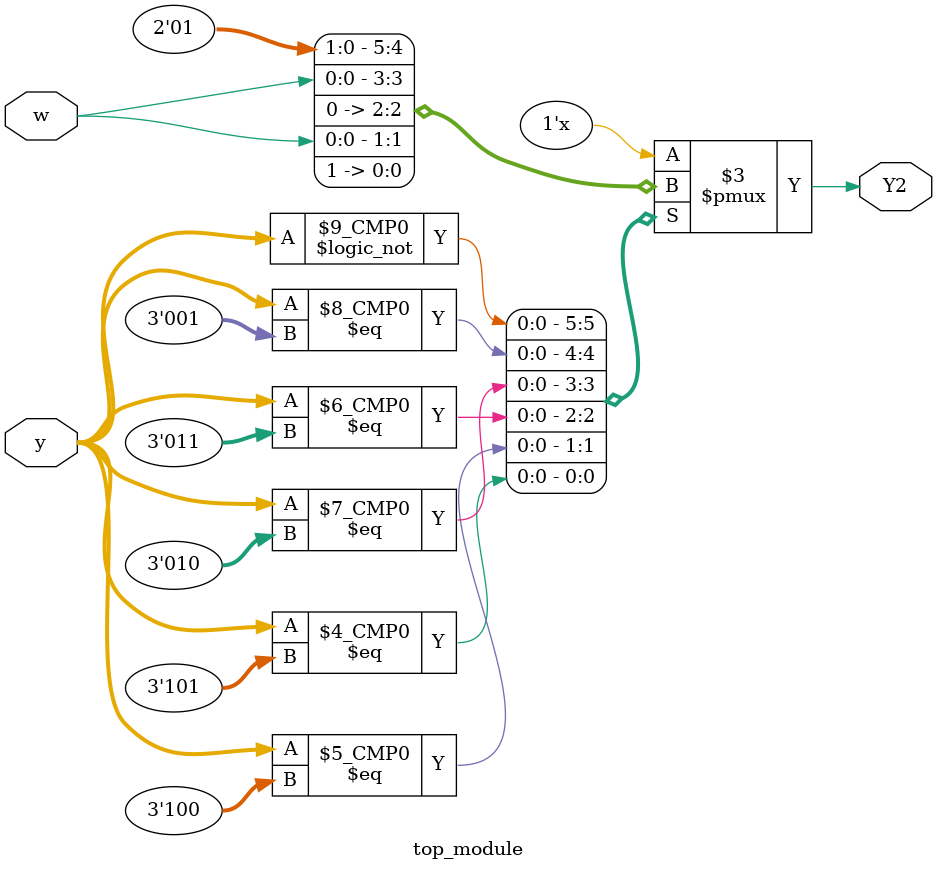
<source format=v>
module top_module (
    input [3:1] y,
    input w,
    output Y2);
    always @(*)
        case(y)
            0: Y2 = 0;
            1: Y2 = 1;
            2: Y2 = w;
            3: Y2 = 0;
            4: Y2 = w;
            5: Y2 = 1;
        endcase

endmodule

</source>
